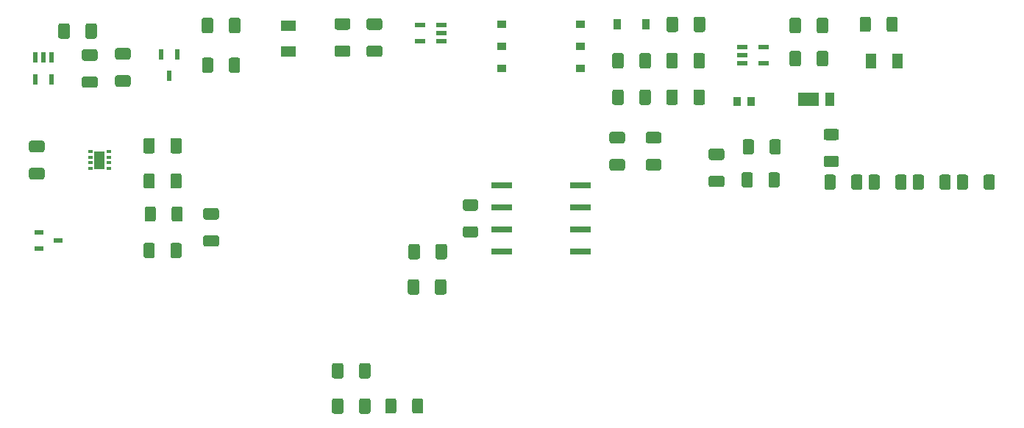
<source format=gtp>
%TF.GenerationSoftware,KiCad,Pcbnew,(5.1.8)-1*%
%TF.CreationDate,2021-03-15T08:23:40+01:00*%
%TF.ProjectId,MeasCard,4d656173-4361-4726-942e-6b696361645f,rev?*%
%TF.SameCoordinates,Original*%
%TF.FileFunction,Paste,Top*%
%TF.FilePolarity,Positive*%
%FSLAX46Y46*%
G04 Gerber Fmt 4.6, Leading zero omitted, Abs format (unit mm)*
G04 Created by KiCad (PCBNEW (5.1.8)-1) date 2021-03-15 08:23:40*
%MOMM*%
%LPD*%
G01*
G04 APERTURE LIST*
%ADD10R,1.200000X0.600000*%
%ADD11R,1.800000X1.150000*%
%ADD12R,1.150000X1.800000*%
%ADD13R,0.600000X1.200000*%
%ADD14R,1.120000X0.960000*%
%ADD15R,1.050000X1.500000*%
%ADD16R,2.400000X1.500000*%
%ADD17R,1.200000X2.000000*%
%ADD18R,0.510000X0.410000*%
%ADD19R,2.350000X0.700000*%
%ADD20R,0.900000X1.000000*%
%ADD21R,0.900000X1.200000*%
%ADD22R,1.050000X0.600000*%
G04 APERTURE END LIST*
D10*
%TO.C,PS2*%
X127274000Y-65974000D03*
X127274000Y-64074000D03*
X129774000Y-64074000D03*
X129774000Y-65024000D03*
X129774000Y-65974000D03*
%TD*%
D11*
%TO.C,LED2*%
X112141000Y-67159000D03*
X112141000Y-64159000D03*
%TD*%
D12*
%TO.C,LED1*%
X179221000Y-68199000D03*
X182221000Y-68199000D03*
%TD*%
D10*
%TO.C,IC5*%
X166858000Y-66614000D03*
X166858000Y-68514000D03*
X164358000Y-68514000D03*
X164358000Y-67564000D03*
X164358000Y-66614000D03*
%TD*%
D13*
%TO.C,IC4*%
X98425000Y-69957000D03*
X97475000Y-67457000D03*
X99375000Y-67457000D03*
%TD*%
%TO.C,IC3*%
X84897000Y-70338000D03*
X82997000Y-70338000D03*
X82997000Y-67838000D03*
X83947000Y-67838000D03*
X84897000Y-67838000D03*
%TD*%
D14*
%TO.C,T1*%
X145794000Y-64008000D03*
X145794000Y-66548000D03*
X145794000Y-69088000D03*
X136654000Y-69088000D03*
X136654000Y-66548000D03*
X136654000Y-64008000D03*
%TD*%
%TO.C,R9*%
G36*
G01*
X132470999Y-87260000D02*
X133721001Y-87260000D01*
G75*
G02*
X133971000Y-87509999I0J-249999D01*
G01*
X133971000Y-88310001D01*
G75*
G02*
X133721001Y-88560000I-249999J0D01*
G01*
X132470999Y-88560000D01*
G75*
G02*
X132221000Y-88310001I0J249999D01*
G01*
X132221000Y-87509999D01*
G75*
G02*
X132470999Y-87260000I249999J0D01*
G01*
G37*
G36*
G01*
X132470999Y-84160000D02*
X133721001Y-84160000D01*
G75*
G02*
X133971000Y-84409999I0J-249999D01*
G01*
X133971000Y-85210001D01*
G75*
G02*
X133721001Y-85460000I-249999J0D01*
G01*
X132470999Y-85460000D01*
G75*
G02*
X132221000Y-85210001I0J249999D01*
G01*
X132221000Y-84409999D01*
G75*
G02*
X132470999Y-84160000I249999J0D01*
G01*
G37*
%TD*%
%TO.C,R6*%
G36*
G01*
X126376000Y-108575001D02*
X126376000Y-107324999D01*
G75*
G02*
X126625999Y-107075000I249999J0D01*
G01*
X127426001Y-107075000D01*
G75*
G02*
X127676000Y-107324999I0J-249999D01*
G01*
X127676000Y-108575001D01*
G75*
G02*
X127426001Y-108825000I-249999J0D01*
G01*
X126625999Y-108825000D01*
G75*
G02*
X126376000Y-108575001I0J249999D01*
G01*
G37*
G36*
G01*
X123276000Y-108575001D02*
X123276000Y-107324999D01*
G75*
G02*
X123525999Y-107075000I249999J0D01*
G01*
X124326001Y-107075000D01*
G75*
G02*
X124576000Y-107324999I0J-249999D01*
G01*
X124576000Y-108575001D01*
G75*
G02*
X124326001Y-108825000I-249999J0D01*
G01*
X123525999Y-108825000D01*
G75*
G02*
X123276000Y-108575001I0J249999D01*
G01*
G37*
%TD*%
%TO.C,R4*%
G36*
G01*
X176922000Y-82794001D02*
X176922000Y-81543999D01*
G75*
G02*
X177171999Y-81294000I249999J0D01*
G01*
X177972001Y-81294000D01*
G75*
G02*
X178222000Y-81543999I0J-249999D01*
G01*
X178222000Y-82794001D01*
G75*
G02*
X177972001Y-83044000I-249999J0D01*
G01*
X177171999Y-83044000D01*
G75*
G02*
X176922000Y-82794001I0J249999D01*
G01*
G37*
G36*
G01*
X173822000Y-82794001D02*
X173822000Y-81543999D01*
G75*
G02*
X174071999Y-81294000I249999J0D01*
G01*
X174872001Y-81294000D01*
G75*
G02*
X175122000Y-81543999I0J-249999D01*
G01*
X175122000Y-82794001D01*
G75*
G02*
X174872001Y-83044000I-249999J0D01*
G01*
X174071999Y-83044000D01*
G75*
G02*
X173822000Y-82794001I0J249999D01*
G01*
G37*
%TD*%
%TO.C,R3*%
G36*
G01*
X182002000Y-82794001D02*
X182002000Y-81543999D01*
G75*
G02*
X182251999Y-81294000I249999J0D01*
G01*
X183052001Y-81294000D01*
G75*
G02*
X183302000Y-81543999I0J-249999D01*
G01*
X183302000Y-82794001D01*
G75*
G02*
X183052001Y-83044000I-249999J0D01*
G01*
X182251999Y-83044000D01*
G75*
G02*
X182002000Y-82794001I0J249999D01*
G01*
G37*
G36*
G01*
X178902000Y-82794001D02*
X178902000Y-81543999D01*
G75*
G02*
X179151999Y-81294000I249999J0D01*
G01*
X179952001Y-81294000D01*
G75*
G02*
X180202000Y-81543999I0J-249999D01*
G01*
X180202000Y-82794001D01*
G75*
G02*
X179952001Y-83044000I-249999J0D01*
G01*
X179151999Y-83044000D01*
G75*
G02*
X178902000Y-82794001I0J249999D01*
G01*
G37*
%TD*%
%TO.C,R1*%
G36*
G01*
X192162000Y-82794001D02*
X192162000Y-81543999D01*
G75*
G02*
X192411999Y-81294000I249999J0D01*
G01*
X193212001Y-81294000D01*
G75*
G02*
X193462000Y-81543999I0J-249999D01*
G01*
X193462000Y-82794001D01*
G75*
G02*
X193212001Y-83044000I-249999J0D01*
G01*
X192411999Y-83044000D01*
G75*
G02*
X192162000Y-82794001I0J249999D01*
G01*
G37*
G36*
G01*
X189062000Y-82794001D02*
X189062000Y-81543999D01*
G75*
G02*
X189311999Y-81294000I249999J0D01*
G01*
X190112001Y-81294000D01*
G75*
G02*
X190362000Y-81543999I0J-249999D01*
G01*
X190362000Y-82794001D01*
G75*
G02*
X190112001Y-83044000I-249999J0D01*
G01*
X189311999Y-83044000D01*
G75*
G02*
X189062000Y-82794001I0J249999D01*
G01*
G37*
%TD*%
D15*
%TO.C,Z1*%
X174418000Y-72644000D03*
D16*
X172043000Y-72644000D03*
%TD*%
%TO.C,Rpg1*%
G36*
G01*
X98563000Y-82667001D02*
X98563000Y-81416999D01*
G75*
G02*
X98812999Y-81167000I249999J0D01*
G01*
X99613001Y-81167000D01*
G75*
G02*
X99863000Y-81416999I0J-249999D01*
G01*
X99863000Y-82667001D01*
G75*
G02*
X99613001Y-82917000I-249999J0D01*
G01*
X98812999Y-82917000D01*
G75*
G02*
X98563000Y-82667001I0J249999D01*
G01*
G37*
G36*
G01*
X95463000Y-82667001D02*
X95463000Y-81416999D01*
G75*
G02*
X95712999Y-81167000I249999J0D01*
G01*
X96513001Y-81167000D01*
G75*
G02*
X96763000Y-81416999I0J-249999D01*
G01*
X96763000Y-82667001D01*
G75*
G02*
X96513001Y-82917000I-249999J0D01*
G01*
X95712999Y-82917000D01*
G75*
G02*
X95463000Y-82667001I0J249999D01*
G01*
G37*
%TD*%
%TO.C,Rfbt1*%
G36*
G01*
X98690000Y-86477001D02*
X98690000Y-85226999D01*
G75*
G02*
X98939999Y-84977000I249999J0D01*
G01*
X99740001Y-84977000D01*
G75*
G02*
X99990000Y-85226999I0J-249999D01*
G01*
X99990000Y-86477001D01*
G75*
G02*
X99740001Y-86727000I-249999J0D01*
G01*
X98939999Y-86727000D01*
G75*
G02*
X98690000Y-86477001I0J249999D01*
G01*
G37*
G36*
G01*
X95590000Y-86477001D02*
X95590000Y-85226999D01*
G75*
G02*
X95839999Y-84977000I249999J0D01*
G01*
X96640001Y-84977000D01*
G75*
G02*
X96890000Y-85226999I0J-249999D01*
G01*
X96890000Y-86477001D01*
G75*
G02*
X96640001Y-86727000I-249999J0D01*
G01*
X95839999Y-86727000D01*
G75*
G02*
X95590000Y-86477001I0J249999D01*
G01*
G37*
%TD*%
%TO.C,Rfbb2*%
G36*
G01*
X103494000Y-68081999D02*
X103494000Y-69332001D01*
G75*
G02*
X103244001Y-69582000I-249999J0D01*
G01*
X102443999Y-69582000D01*
G75*
G02*
X102194000Y-69332001I0J249999D01*
G01*
X102194000Y-68081999D01*
G75*
G02*
X102443999Y-67832000I249999J0D01*
G01*
X103244001Y-67832000D01*
G75*
G02*
X103494000Y-68081999I0J-249999D01*
G01*
G37*
G36*
G01*
X106594000Y-68081999D02*
X106594000Y-69332001D01*
G75*
G02*
X106344001Y-69582000I-249999J0D01*
G01*
X105543999Y-69582000D01*
G75*
G02*
X105294000Y-69332001I0J249999D01*
G01*
X105294000Y-68081999D01*
G75*
G02*
X105543999Y-67832000I249999J0D01*
G01*
X106344001Y-67832000D01*
G75*
G02*
X106594000Y-68081999I0J-249999D01*
G01*
G37*
%TD*%
%TO.C,Rfbb1*%
G36*
G01*
X96763000Y-89417999D02*
X96763000Y-90668001D01*
G75*
G02*
X96513001Y-90918000I-249999J0D01*
G01*
X95712999Y-90918000D01*
G75*
G02*
X95463000Y-90668001I0J249999D01*
G01*
X95463000Y-89417999D01*
G75*
G02*
X95712999Y-89168000I249999J0D01*
G01*
X96513001Y-89168000D01*
G75*
G02*
X96763000Y-89417999I0J-249999D01*
G01*
G37*
G36*
G01*
X99863000Y-89417999D02*
X99863000Y-90668001D01*
G75*
G02*
X99613001Y-90918000I-249999J0D01*
G01*
X98812999Y-90918000D01*
G75*
G02*
X98563000Y-90668001I0J249999D01*
G01*
X98563000Y-89417999D01*
G75*
G02*
X98812999Y-89168000I249999J0D01*
G01*
X99613001Y-89168000D01*
G75*
G02*
X99863000Y-89417999I0J-249999D01*
G01*
G37*
%TD*%
%TO.C,R10*%
G36*
G01*
X179186000Y-63382999D02*
X179186000Y-64633001D01*
G75*
G02*
X178936001Y-64883000I-249999J0D01*
G01*
X178135999Y-64883000D01*
G75*
G02*
X177886000Y-64633001I0J249999D01*
G01*
X177886000Y-63382999D01*
G75*
G02*
X178135999Y-63133000I249999J0D01*
G01*
X178936001Y-63133000D01*
G75*
G02*
X179186000Y-63382999I0J-249999D01*
G01*
G37*
G36*
G01*
X182286000Y-63382999D02*
X182286000Y-64633001D01*
G75*
G02*
X182036001Y-64883000I-249999J0D01*
G01*
X181235999Y-64883000D01*
G75*
G02*
X180986000Y-64633001I0J249999D01*
G01*
X180986000Y-63382999D01*
G75*
G02*
X181235999Y-63133000I249999J0D01*
G01*
X182036001Y-63133000D01*
G75*
G02*
X182286000Y-63382999I0J-249999D01*
G01*
G37*
%TD*%
%TO.C,R8*%
G36*
G01*
X167524000Y-78730001D02*
X167524000Y-77479999D01*
G75*
G02*
X167773999Y-77230000I249999J0D01*
G01*
X168574001Y-77230000D01*
G75*
G02*
X168824000Y-77479999I0J-249999D01*
G01*
X168824000Y-78730001D01*
G75*
G02*
X168574001Y-78980000I-249999J0D01*
G01*
X167773999Y-78980000D01*
G75*
G02*
X167524000Y-78730001I0J249999D01*
G01*
G37*
G36*
G01*
X164424000Y-78730001D02*
X164424000Y-77479999D01*
G75*
G02*
X164673999Y-77230000I249999J0D01*
G01*
X165474001Y-77230000D01*
G75*
G02*
X165724000Y-77479999I0J-249999D01*
G01*
X165724000Y-78730001D01*
G75*
G02*
X165474001Y-78980000I-249999J0D01*
G01*
X164673999Y-78980000D01*
G75*
G02*
X164424000Y-78730001I0J249999D01*
G01*
G37*
%TD*%
%TO.C,R7*%
G36*
G01*
X167397000Y-82540001D02*
X167397000Y-81289999D01*
G75*
G02*
X167646999Y-81040000I249999J0D01*
G01*
X168447001Y-81040000D01*
G75*
G02*
X168697000Y-81289999I0J-249999D01*
G01*
X168697000Y-82540001D01*
G75*
G02*
X168447001Y-82790000I-249999J0D01*
G01*
X167646999Y-82790000D01*
G75*
G02*
X167397000Y-82540001I0J249999D01*
G01*
G37*
G36*
G01*
X164297000Y-82540001D02*
X164297000Y-81289999D01*
G75*
G02*
X164546999Y-81040000I249999J0D01*
G01*
X165347001Y-81040000D01*
G75*
G02*
X165597000Y-81289999I0J-249999D01*
G01*
X165597000Y-82540001D01*
G75*
G02*
X165347001Y-82790000I-249999J0D01*
G01*
X164546999Y-82790000D01*
G75*
G02*
X164297000Y-82540001I0J249999D01*
G01*
G37*
%TD*%
%TO.C,R5*%
G36*
G01*
X173999999Y-79132000D02*
X175250001Y-79132000D01*
G75*
G02*
X175500000Y-79381999I0J-249999D01*
G01*
X175500000Y-80182001D01*
G75*
G02*
X175250001Y-80432000I-249999J0D01*
G01*
X173999999Y-80432000D01*
G75*
G02*
X173750000Y-80182001I0J249999D01*
G01*
X173750000Y-79381999D01*
G75*
G02*
X173999999Y-79132000I249999J0D01*
G01*
G37*
G36*
G01*
X173999999Y-76032000D02*
X175250001Y-76032000D01*
G75*
G02*
X175500000Y-76281999I0J-249999D01*
G01*
X175500000Y-77082001D01*
G75*
G02*
X175250001Y-77332000I-249999J0D01*
G01*
X173999999Y-77332000D01*
G75*
G02*
X173750000Y-77082001I0J249999D01*
G01*
X173750000Y-76281999D01*
G75*
G02*
X173999999Y-76032000I249999J0D01*
G01*
G37*
%TD*%
%TO.C,R2*%
G36*
G01*
X187082000Y-82794001D02*
X187082000Y-81543999D01*
G75*
G02*
X187331999Y-81294000I249999J0D01*
G01*
X188132001Y-81294000D01*
G75*
G02*
X188382000Y-81543999I0J-249999D01*
G01*
X188382000Y-82794001D01*
G75*
G02*
X188132001Y-83044000I-249999J0D01*
G01*
X187331999Y-83044000D01*
G75*
G02*
X187082000Y-82794001I0J249999D01*
G01*
G37*
G36*
G01*
X183982000Y-82794001D02*
X183982000Y-81543999D01*
G75*
G02*
X184231999Y-81294000I249999J0D01*
G01*
X185032001Y-81294000D01*
G75*
G02*
X185282000Y-81543999I0J-249999D01*
G01*
X185282000Y-82794001D01*
G75*
G02*
X185032001Y-83044000I-249999J0D01*
G01*
X184231999Y-83044000D01*
G75*
G02*
X183982000Y-82794001I0J249999D01*
G01*
G37*
%TD*%
D17*
%TO.C,PS1*%
X90424000Y-79629000D03*
D18*
X91474000Y-78654000D03*
X91474000Y-79304000D03*
X91474000Y-79954000D03*
X91474000Y-80604000D03*
X89374000Y-80604000D03*
X89374000Y-79954000D03*
X89374000Y-79304000D03*
X89374000Y-78654000D03*
%TD*%
D19*
%TO.C,IC1*%
X136699000Y-90170000D03*
X136699000Y-87630000D03*
X136699000Y-85090000D03*
X136699000Y-82550000D03*
X145749000Y-82550000D03*
X145749000Y-85090000D03*
X145749000Y-87630000D03*
X145749000Y-90170000D03*
%TD*%
D20*
%TO.C,FB1*%
X165392000Y-72898000D03*
X163792000Y-72898000D03*
%TD*%
D21*
%TO.C,D2*%
X149988000Y-64008000D03*
X153288000Y-64008000D03*
%TD*%
D22*
%TO.C,D1*%
X85682000Y-88900000D03*
X83482000Y-89850000D03*
X83482000Y-87950000D03*
%TD*%
%TO.C,Css1*%
G36*
G01*
X98563000Y-78628003D02*
X98563000Y-77327997D01*
G75*
G02*
X98812997Y-77078000I249997J0D01*
G01*
X99638003Y-77078000D01*
G75*
G02*
X99888000Y-77327997I0J-249997D01*
G01*
X99888000Y-78628003D01*
G75*
G02*
X99638003Y-78878000I-249997J0D01*
G01*
X98812997Y-78878000D01*
G75*
G02*
X98563000Y-78628003I0J249997D01*
G01*
G37*
G36*
G01*
X95438000Y-78628003D02*
X95438000Y-77327997D01*
G75*
G02*
X95687997Y-77078000I249997J0D01*
G01*
X96513003Y-77078000D01*
G75*
G02*
X96763000Y-77327997I0J-249997D01*
G01*
X96763000Y-78628003D01*
G75*
G02*
X96513003Y-78878000I-249997J0D01*
G01*
X95687997Y-78878000D01*
G75*
G02*
X95438000Y-78628003I0J249997D01*
G01*
G37*
%TD*%
%TO.C,Cout1*%
G36*
G01*
X102600997Y-88276000D02*
X103901003Y-88276000D01*
G75*
G02*
X104151000Y-88525997I0J-249997D01*
G01*
X104151000Y-89351003D01*
G75*
G02*
X103901003Y-89601000I-249997J0D01*
G01*
X102600997Y-89601000D01*
G75*
G02*
X102351000Y-89351003I0J249997D01*
G01*
X102351000Y-88525997D01*
G75*
G02*
X102600997Y-88276000I249997J0D01*
G01*
G37*
G36*
G01*
X102600997Y-85151000D02*
X103901003Y-85151000D01*
G75*
G02*
X104151000Y-85400997I0J-249997D01*
G01*
X104151000Y-86226003D01*
G75*
G02*
X103901003Y-86476000I-249997J0D01*
G01*
X102600997Y-86476000D01*
G75*
G02*
X102351000Y-86226003I0J249997D01*
G01*
X102351000Y-85400997D01*
G75*
G02*
X102600997Y-85151000I249997J0D01*
G01*
G37*
%TD*%
%TO.C,Cin1*%
G36*
G01*
X82534997Y-80529000D02*
X83835003Y-80529000D01*
G75*
G02*
X84085000Y-80778997I0J-249997D01*
G01*
X84085000Y-81604003D01*
G75*
G02*
X83835003Y-81854000I-249997J0D01*
G01*
X82534997Y-81854000D01*
G75*
G02*
X82285000Y-81604003I0J249997D01*
G01*
X82285000Y-80778997D01*
G75*
G02*
X82534997Y-80529000I249997J0D01*
G01*
G37*
G36*
G01*
X82534997Y-77404000D02*
X83835003Y-77404000D01*
G75*
G02*
X84085000Y-77653997I0J-249997D01*
G01*
X84085000Y-78479003D01*
G75*
G02*
X83835003Y-78729000I-249997J0D01*
G01*
X82534997Y-78729000D01*
G75*
G02*
X82285000Y-78479003I0J249997D01*
G01*
X82285000Y-77653997D01*
G75*
G02*
X82534997Y-77404000I249997J0D01*
G01*
G37*
%TD*%
%TO.C,C17*%
G36*
G01*
X150738000Y-71739997D02*
X150738000Y-73040003D01*
G75*
G02*
X150488003Y-73290000I-249997J0D01*
G01*
X149662997Y-73290000D01*
G75*
G02*
X149413000Y-73040003I0J249997D01*
G01*
X149413000Y-71739997D01*
G75*
G02*
X149662997Y-71490000I249997J0D01*
G01*
X150488003Y-71490000D01*
G75*
G02*
X150738000Y-71739997I0J-249997D01*
G01*
G37*
G36*
G01*
X153863000Y-71739997D02*
X153863000Y-73040003D01*
G75*
G02*
X153613003Y-73290000I-249997J0D01*
G01*
X152787997Y-73290000D01*
G75*
G02*
X152538000Y-73040003I0J249997D01*
G01*
X152538000Y-71739997D01*
G75*
G02*
X152787997Y-71490000I249997J0D01*
G01*
X153613003Y-71490000D01*
G75*
G02*
X153863000Y-71739997I0J-249997D01*
G01*
G37*
%TD*%
%TO.C,C16*%
G36*
G01*
X150738000Y-67548997D02*
X150738000Y-68849003D01*
G75*
G02*
X150488003Y-69099000I-249997J0D01*
G01*
X149662997Y-69099000D01*
G75*
G02*
X149413000Y-68849003I0J249997D01*
G01*
X149413000Y-67548997D01*
G75*
G02*
X149662997Y-67299000I249997J0D01*
G01*
X150488003Y-67299000D01*
G75*
G02*
X150738000Y-67548997I0J-249997D01*
G01*
G37*
G36*
G01*
X153863000Y-67548997D02*
X153863000Y-68849003D01*
G75*
G02*
X153613003Y-69099000I-249997J0D01*
G01*
X152787997Y-69099000D01*
G75*
G02*
X152538000Y-68849003I0J249997D01*
G01*
X152538000Y-67548997D01*
G75*
G02*
X152787997Y-67299000I249997J0D01*
G01*
X153613003Y-67299000D01*
G75*
G02*
X153863000Y-67548997I0J-249997D01*
G01*
G37*
%TD*%
%TO.C,C12*%
G36*
G01*
X117713997Y-66432000D02*
X119014003Y-66432000D01*
G75*
G02*
X119264000Y-66681997I0J-249997D01*
G01*
X119264000Y-67507003D01*
G75*
G02*
X119014003Y-67757000I-249997J0D01*
G01*
X117713997Y-67757000D01*
G75*
G02*
X117464000Y-67507003I0J249997D01*
G01*
X117464000Y-66681997D01*
G75*
G02*
X117713997Y-66432000I249997J0D01*
G01*
G37*
G36*
G01*
X117713997Y-63307000D02*
X119014003Y-63307000D01*
G75*
G02*
X119264000Y-63556997I0J-249997D01*
G01*
X119264000Y-64382003D01*
G75*
G02*
X119014003Y-64632000I-249997J0D01*
G01*
X117713997Y-64632000D01*
G75*
G02*
X117464000Y-64382003I0J249997D01*
G01*
X117464000Y-63556997D01*
G75*
G02*
X117713997Y-63307000I249997J0D01*
G01*
G37*
%TD*%
%TO.C,C11*%
G36*
G01*
X121396997Y-66432000D02*
X122697003Y-66432000D01*
G75*
G02*
X122947000Y-66681997I0J-249997D01*
G01*
X122947000Y-67507003D01*
G75*
G02*
X122697003Y-67757000I-249997J0D01*
G01*
X121396997Y-67757000D01*
G75*
G02*
X121147000Y-67507003I0J249997D01*
G01*
X121147000Y-66681997D01*
G75*
G02*
X121396997Y-66432000I249997J0D01*
G01*
G37*
G36*
G01*
X121396997Y-63307000D02*
X122697003Y-63307000D01*
G75*
G02*
X122947000Y-63556997I0J-249997D01*
G01*
X122947000Y-64382003D01*
G75*
G02*
X122697003Y-64632000I-249997J0D01*
G01*
X121396997Y-64632000D01*
G75*
G02*
X121147000Y-64382003I0J249997D01*
G01*
X121147000Y-63556997D01*
G75*
G02*
X121396997Y-63307000I249997J0D01*
G01*
G37*
%TD*%
%TO.C,C20*%
G36*
G01*
X105294000Y-64785003D02*
X105294000Y-63484997D01*
G75*
G02*
X105543997Y-63235000I249997J0D01*
G01*
X106369003Y-63235000D01*
G75*
G02*
X106619000Y-63484997I0J-249997D01*
G01*
X106619000Y-64785003D01*
G75*
G02*
X106369003Y-65035000I-249997J0D01*
G01*
X105543997Y-65035000D01*
G75*
G02*
X105294000Y-64785003I0J249997D01*
G01*
G37*
G36*
G01*
X102169000Y-64785003D02*
X102169000Y-63484997D01*
G75*
G02*
X102418997Y-63235000I249997J0D01*
G01*
X103244003Y-63235000D01*
G75*
G02*
X103494000Y-63484997I0J-249997D01*
G01*
X103494000Y-64785003D01*
G75*
G02*
X103244003Y-65035000I-249997J0D01*
G01*
X102418997Y-65035000D01*
G75*
G02*
X102169000Y-64785003I0J249997D01*
G01*
G37*
%TD*%
%TO.C,C15*%
G36*
G01*
X172946500Y-68595003D02*
X172946500Y-67294997D01*
G75*
G02*
X173196497Y-67045000I249997J0D01*
G01*
X174021503Y-67045000D01*
G75*
G02*
X174271500Y-67294997I0J-249997D01*
G01*
X174271500Y-68595003D01*
G75*
G02*
X174021503Y-68845000I-249997J0D01*
G01*
X173196497Y-68845000D01*
G75*
G02*
X172946500Y-68595003I0J249997D01*
G01*
G37*
G36*
G01*
X169821500Y-68595003D02*
X169821500Y-67294997D01*
G75*
G02*
X170071497Y-67045000I249997J0D01*
G01*
X170896503Y-67045000D01*
G75*
G02*
X171146500Y-67294997I0J-249997D01*
G01*
X171146500Y-68595003D01*
G75*
G02*
X170896503Y-68845000I-249997J0D01*
G01*
X170071497Y-68845000D01*
G75*
G02*
X169821500Y-68595003I0J249997D01*
G01*
G37*
%TD*%
%TO.C,C13*%
G36*
G01*
X172946500Y-64785003D02*
X172946500Y-63484997D01*
G75*
G02*
X173196497Y-63235000I249997J0D01*
G01*
X174021503Y-63235000D01*
G75*
G02*
X174271500Y-63484997I0J-249997D01*
G01*
X174271500Y-64785003D01*
G75*
G02*
X174021503Y-65035000I-249997J0D01*
G01*
X173196497Y-65035000D01*
G75*
G02*
X172946500Y-64785003I0J249997D01*
G01*
G37*
G36*
G01*
X169821500Y-64785003D02*
X169821500Y-63484997D01*
G75*
G02*
X170071497Y-63235000I249997J0D01*
G01*
X170896503Y-63235000D01*
G75*
G02*
X171146500Y-63484997I0J-249997D01*
G01*
X171146500Y-64785003D01*
G75*
G02*
X170896503Y-65035000I-249997J0D01*
G01*
X170071497Y-65035000D01*
G75*
G02*
X169821500Y-64785003I0J249997D01*
G01*
G37*
%TD*%
%TO.C,C19*%
G36*
G01*
X93741003Y-68061000D02*
X92440997Y-68061000D01*
G75*
G02*
X92191000Y-67811003I0J249997D01*
G01*
X92191000Y-66985997D01*
G75*
G02*
X92440997Y-66736000I249997J0D01*
G01*
X93741003Y-66736000D01*
G75*
G02*
X93991000Y-66985997I0J-249997D01*
G01*
X93991000Y-67811003D01*
G75*
G02*
X93741003Y-68061000I-249997J0D01*
G01*
G37*
G36*
G01*
X93741003Y-71186000D02*
X92440997Y-71186000D01*
G75*
G02*
X92191000Y-70936003I0J249997D01*
G01*
X92191000Y-70110997D01*
G75*
G02*
X92440997Y-69861000I249997J0D01*
G01*
X93741003Y-69861000D01*
G75*
G02*
X93991000Y-70110997I0J-249997D01*
G01*
X93991000Y-70936003D01*
G75*
G02*
X93741003Y-71186000I-249997J0D01*
G01*
G37*
%TD*%
%TO.C,C10*%
G36*
G01*
X158761000Y-73040003D02*
X158761000Y-71739997D01*
G75*
G02*
X159010997Y-71490000I249997J0D01*
G01*
X159836003Y-71490000D01*
G75*
G02*
X160086000Y-71739997I0J-249997D01*
G01*
X160086000Y-73040003D01*
G75*
G02*
X159836003Y-73290000I-249997J0D01*
G01*
X159010997Y-73290000D01*
G75*
G02*
X158761000Y-73040003I0J249997D01*
G01*
G37*
G36*
G01*
X155636000Y-73040003D02*
X155636000Y-71739997D01*
G75*
G02*
X155885997Y-71490000I249997J0D01*
G01*
X156711003Y-71490000D01*
G75*
G02*
X156961000Y-71739997I0J-249997D01*
G01*
X156961000Y-73040003D01*
G75*
G02*
X156711003Y-73290000I-249997J0D01*
G01*
X155885997Y-73290000D01*
G75*
G02*
X155636000Y-73040003I0J249997D01*
G01*
G37*
%TD*%
%TO.C,C18*%
G36*
G01*
X89931003Y-68188000D02*
X88630997Y-68188000D01*
G75*
G02*
X88381000Y-67938003I0J249997D01*
G01*
X88381000Y-67112997D01*
G75*
G02*
X88630997Y-66863000I249997J0D01*
G01*
X89931003Y-66863000D01*
G75*
G02*
X90181000Y-67112997I0J-249997D01*
G01*
X90181000Y-67938003D01*
G75*
G02*
X89931003Y-68188000I-249997J0D01*
G01*
G37*
G36*
G01*
X89931003Y-71313000D02*
X88630997Y-71313000D01*
G75*
G02*
X88381000Y-71063003I0J249997D01*
G01*
X88381000Y-70237997D01*
G75*
G02*
X88630997Y-69988000I249997J0D01*
G01*
X89931003Y-69988000D01*
G75*
G02*
X90181000Y-70237997I0J-249997D01*
G01*
X90181000Y-71063003D01*
G75*
G02*
X89931003Y-71313000I-249997J0D01*
G01*
G37*
%TD*%
%TO.C,C9*%
G36*
G01*
X158761000Y-68849003D02*
X158761000Y-67548997D01*
G75*
G02*
X159010997Y-67299000I249997J0D01*
G01*
X159836003Y-67299000D01*
G75*
G02*
X160086000Y-67548997I0J-249997D01*
G01*
X160086000Y-68849003D01*
G75*
G02*
X159836003Y-69099000I-249997J0D01*
G01*
X159010997Y-69099000D01*
G75*
G02*
X158761000Y-68849003I0J249997D01*
G01*
G37*
G36*
G01*
X155636000Y-68849003D02*
X155636000Y-67548997D01*
G75*
G02*
X155885997Y-67299000I249997J0D01*
G01*
X156711003Y-67299000D01*
G75*
G02*
X156961000Y-67548997I0J-249997D01*
G01*
X156961000Y-68849003D01*
G75*
G02*
X156711003Y-69099000I-249997J0D01*
G01*
X155885997Y-69099000D01*
G75*
G02*
X155636000Y-68849003I0J249997D01*
G01*
G37*
%TD*%
%TO.C,C8*%
G36*
G01*
X158799500Y-64658003D02*
X158799500Y-63357997D01*
G75*
G02*
X159049497Y-63108000I249997J0D01*
G01*
X159874503Y-63108000D01*
G75*
G02*
X160124500Y-63357997I0J-249997D01*
G01*
X160124500Y-64658003D01*
G75*
G02*
X159874503Y-64908000I-249997J0D01*
G01*
X159049497Y-64908000D01*
G75*
G02*
X158799500Y-64658003I0J249997D01*
G01*
G37*
G36*
G01*
X155674500Y-64658003D02*
X155674500Y-63357997D01*
G75*
G02*
X155924497Y-63108000I249997J0D01*
G01*
X156749503Y-63108000D01*
G75*
G02*
X156999500Y-63357997I0J-249997D01*
G01*
X156999500Y-64658003D01*
G75*
G02*
X156749503Y-64908000I-249997J0D01*
G01*
X155924497Y-64908000D01*
G75*
G02*
X155674500Y-64658003I0J249997D01*
G01*
G37*
%TD*%
%TO.C,C14*%
G36*
G01*
X88784000Y-65420003D02*
X88784000Y-64119997D01*
G75*
G02*
X89033997Y-63870000I249997J0D01*
G01*
X89859003Y-63870000D01*
G75*
G02*
X90109000Y-64119997I0J-249997D01*
G01*
X90109000Y-65420003D01*
G75*
G02*
X89859003Y-65670000I-249997J0D01*
G01*
X89033997Y-65670000D01*
G75*
G02*
X88784000Y-65420003I0J249997D01*
G01*
G37*
G36*
G01*
X85659000Y-65420003D02*
X85659000Y-64119997D01*
G75*
G02*
X85908997Y-63870000I249997J0D01*
G01*
X86734003Y-63870000D01*
G75*
G02*
X86984000Y-64119997I0J-249997D01*
G01*
X86984000Y-65420003D01*
G75*
G02*
X86734003Y-65670000I-249997J0D01*
G01*
X85908997Y-65670000D01*
G75*
G02*
X85659000Y-65420003I0J249997D01*
G01*
G37*
%TD*%
%TO.C,C7*%
G36*
G01*
X129081500Y-90820003D02*
X129081500Y-89519997D01*
G75*
G02*
X129331497Y-89270000I249997J0D01*
G01*
X130156503Y-89270000D01*
G75*
G02*
X130406500Y-89519997I0J-249997D01*
G01*
X130406500Y-90820003D01*
G75*
G02*
X130156503Y-91070000I-249997J0D01*
G01*
X129331497Y-91070000D01*
G75*
G02*
X129081500Y-90820003I0J249997D01*
G01*
G37*
G36*
G01*
X125956500Y-90820003D02*
X125956500Y-89519997D01*
G75*
G02*
X126206497Y-89270000I249997J0D01*
G01*
X127031503Y-89270000D01*
G75*
G02*
X127281500Y-89519997I0J-249997D01*
G01*
X127281500Y-90820003D01*
G75*
G02*
X127031503Y-91070000I-249997J0D01*
G01*
X126206497Y-91070000D01*
G75*
G02*
X125956500Y-90820003I0J249997D01*
G01*
G37*
%TD*%
%TO.C,C6*%
G36*
G01*
X129004500Y-94884003D02*
X129004500Y-93583997D01*
G75*
G02*
X129254497Y-93334000I249997J0D01*
G01*
X130079503Y-93334000D01*
G75*
G02*
X130329500Y-93583997I0J-249997D01*
G01*
X130329500Y-94884003D01*
G75*
G02*
X130079503Y-95134000I-249997J0D01*
G01*
X129254497Y-95134000D01*
G75*
G02*
X129004500Y-94884003I0J249997D01*
G01*
G37*
G36*
G01*
X125879500Y-94884003D02*
X125879500Y-93583997D01*
G75*
G02*
X126129497Y-93334000I249997J0D01*
G01*
X126954503Y-93334000D01*
G75*
G02*
X127204500Y-93583997I0J-249997D01*
G01*
X127204500Y-94884003D01*
G75*
G02*
X126954503Y-95134000I-249997J0D01*
G01*
X126129497Y-95134000D01*
G75*
G02*
X125879500Y-94884003I0J249997D01*
G01*
G37*
%TD*%
%TO.C,C5*%
G36*
G01*
X153527997Y-79513000D02*
X154828003Y-79513000D01*
G75*
G02*
X155078000Y-79762997I0J-249997D01*
G01*
X155078000Y-80588003D01*
G75*
G02*
X154828003Y-80838000I-249997J0D01*
G01*
X153527997Y-80838000D01*
G75*
G02*
X153278000Y-80588003I0J249997D01*
G01*
X153278000Y-79762997D01*
G75*
G02*
X153527997Y-79513000I249997J0D01*
G01*
G37*
G36*
G01*
X153527997Y-76388000D02*
X154828003Y-76388000D01*
G75*
G02*
X155078000Y-76637997I0J-249997D01*
G01*
X155078000Y-77463003D01*
G75*
G02*
X154828003Y-77713000I-249997J0D01*
G01*
X153527997Y-77713000D01*
G75*
G02*
X153278000Y-77463003I0J249997D01*
G01*
X153278000Y-76637997D01*
G75*
G02*
X153527997Y-76388000I249997J0D01*
G01*
G37*
%TD*%
%TO.C,C4*%
G36*
G01*
X149336997Y-79513000D02*
X150637003Y-79513000D01*
G75*
G02*
X150887000Y-79762997I0J-249997D01*
G01*
X150887000Y-80588003D01*
G75*
G02*
X150637003Y-80838000I-249997J0D01*
G01*
X149336997Y-80838000D01*
G75*
G02*
X149087000Y-80588003I0J249997D01*
G01*
X149087000Y-79762997D01*
G75*
G02*
X149336997Y-79513000I249997J0D01*
G01*
G37*
G36*
G01*
X149336997Y-76388000D02*
X150637003Y-76388000D01*
G75*
G02*
X150887000Y-76637997I0J-249997D01*
G01*
X150887000Y-77463003D01*
G75*
G02*
X150637003Y-77713000I-249997J0D01*
G01*
X149336997Y-77713000D01*
G75*
G02*
X149087000Y-77463003I0J249997D01*
G01*
X149087000Y-76637997D01*
G75*
G02*
X149336997Y-76388000I249997J0D01*
G01*
G37*
%TD*%
%TO.C,C3*%
G36*
G01*
X162067003Y-79618000D02*
X160766997Y-79618000D01*
G75*
G02*
X160517000Y-79368003I0J249997D01*
G01*
X160517000Y-78542997D01*
G75*
G02*
X160766997Y-78293000I249997J0D01*
G01*
X162067003Y-78293000D01*
G75*
G02*
X162317000Y-78542997I0J-249997D01*
G01*
X162317000Y-79368003D01*
G75*
G02*
X162067003Y-79618000I-249997J0D01*
G01*
G37*
G36*
G01*
X162067003Y-82743000D02*
X160766997Y-82743000D01*
G75*
G02*
X160517000Y-82493003I0J249997D01*
G01*
X160517000Y-81667997D01*
G75*
G02*
X160766997Y-81418000I249997J0D01*
G01*
X162067003Y-81418000D01*
G75*
G02*
X162317000Y-81667997I0J-249997D01*
G01*
X162317000Y-82493003D01*
G75*
G02*
X162067003Y-82743000I-249997J0D01*
G01*
G37*
%TD*%
%TO.C,C2*%
G36*
G01*
X118480000Y-107299997D02*
X118480000Y-108600003D01*
G75*
G02*
X118230003Y-108850000I-249997J0D01*
G01*
X117404997Y-108850000D01*
G75*
G02*
X117155000Y-108600003I0J249997D01*
G01*
X117155000Y-107299997D01*
G75*
G02*
X117404997Y-107050000I249997J0D01*
G01*
X118230003Y-107050000D01*
G75*
G02*
X118480000Y-107299997I0J-249997D01*
G01*
G37*
G36*
G01*
X121605000Y-107299997D02*
X121605000Y-108600003D01*
G75*
G02*
X121355003Y-108850000I-249997J0D01*
G01*
X120529997Y-108850000D01*
G75*
G02*
X120280000Y-108600003I0J249997D01*
G01*
X120280000Y-107299997D01*
G75*
G02*
X120529997Y-107050000I249997J0D01*
G01*
X121355003Y-107050000D01*
G75*
G02*
X121605000Y-107299997I0J-249997D01*
G01*
G37*
%TD*%
%TO.C,C1*%
G36*
G01*
X118480000Y-103235997D02*
X118480000Y-104536003D01*
G75*
G02*
X118230003Y-104786000I-249997J0D01*
G01*
X117404997Y-104786000D01*
G75*
G02*
X117155000Y-104536003I0J249997D01*
G01*
X117155000Y-103235997D01*
G75*
G02*
X117404997Y-102986000I249997J0D01*
G01*
X118230003Y-102986000D01*
G75*
G02*
X118480000Y-103235997I0J-249997D01*
G01*
G37*
G36*
G01*
X121605000Y-103235997D02*
X121605000Y-104536003D01*
G75*
G02*
X121355003Y-104786000I-249997J0D01*
G01*
X120529997Y-104786000D01*
G75*
G02*
X120280000Y-104536003I0J249997D01*
G01*
X120280000Y-103235997D01*
G75*
G02*
X120529997Y-102986000I249997J0D01*
G01*
X121355003Y-102986000D01*
G75*
G02*
X121605000Y-103235997I0J-249997D01*
G01*
G37*
%TD*%
M02*

</source>
